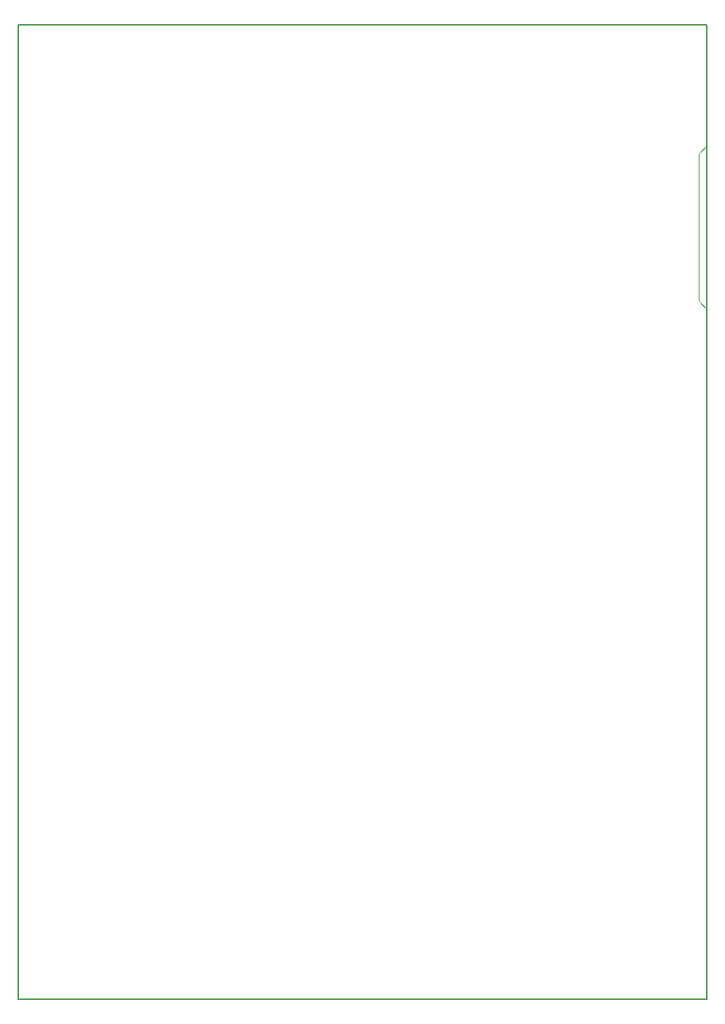
<source format=gbr>
%TF.GenerationSoftware,KiCad,Pcbnew,7.99.0-3193-g96f9f2c658*%
%TF.CreationDate,2023-10-14T12:34:30+01:00*%
%TF.ProjectId,hh2024,68683230-3234-42e6-9b69-6361645f7063,rev?*%
%TF.SameCoordinates,Original*%
%TF.FileFunction,Profile,NP*%
%FSLAX46Y46*%
G04 Gerber Fmt 4.6, Leading zero omitted, Abs format (unit mm)*
G04 Created by KiCad (PCBNEW 7.99.0-3193-g96f9f2c658) date 2023-10-14 12:34:30*
%MOMM*%
%LPD*%
G01*
G04 APERTURE LIST*
%TA.AperFunction,Profile*%
%ADD10C,0.050000*%
%TD*%
%TA.AperFunction,Profile*%
%ADD11C,0.150000*%
%TD*%
G04 APERTURE END LIST*
D10*
X172000000Y-75500000D02*
X171000000Y-74500000D01*
X171000000Y-74500000D02*
X171000000Y-57500000D01*
X171000000Y-57500000D02*
X172000000Y-56500000D01*
D11*
X92000000Y-42500000D02*
X172000000Y-42500000D01*
X172000000Y-155500000D01*
X92000000Y-155500000D01*
X92000000Y-42500000D01*
M02*

</source>
